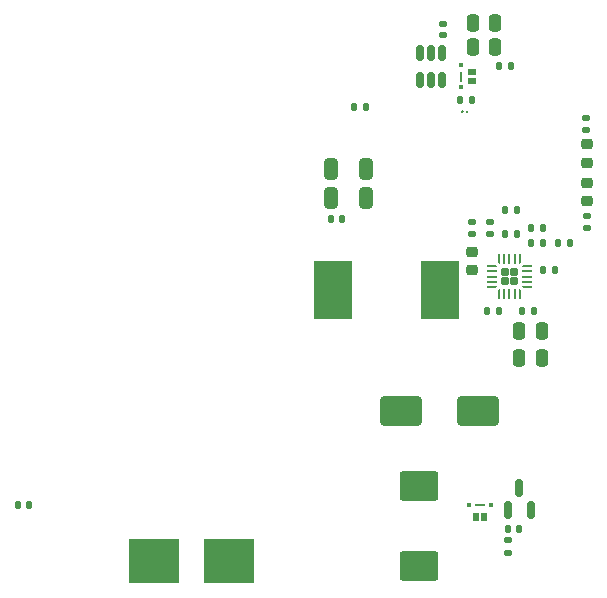
<source format=gbr>
%TF.GenerationSoftware,KiCad,Pcbnew,7.0.2*%
%TF.CreationDate,2023-08-03T10:05:33+01:00*%
%TF.ProjectId,ElectriPi,456c6563-7472-4695-9069-2e6b69636164,rev?*%
%TF.SameCoordinates,Original*%
%TF.FileFunction,Paste,Top*%
%TF.FilePolarity,Positive*%
%FSLAX46Y46*%
G04 Gerber Fmt 4.6, Leading zero omitted, Abs format (unit mm)*
G04 Created by KiCad (PCBNEW 7.0.2) date 2023-08-03 10:05:33*
%MOMM*%
%LPD*%
G01*
G04 APERTURE LIST*
G04 Aperture macros list*
%AMRoundRect*
0 Rectangle with rounded corners*
0 $1 Rounding radius*
0 $2 $3 $4 $5 $6 $7 $8 $9 X,Y pos of 4 corners*
0 Add a 4 corners polygon primitive as box body*
4,1,4,$2,$3,$4,$5,$6,$7,$8,$9,$2,$3,0*
0 Add four circle primitives for the rounded corners*
1,1,$1+$1,$2,$3*
1,1,$1+$1,$4,$5*
1,1,$1+$1,$6,$7*
1,1,$1+$1,$8,$9*
0 Add four rect primitives between the rounded corners*
20,1,$1+$1,$2,$3,$4,$5,0*
20,1,$1+$1,$4,$5,$6,$7,0*
20,1,$1+$1,$6,$7,$8,$9,0*
20,1,$1+$1,$8,$9,$2,$3,0*%
%AMFreePoly0*
4,1,14,0.289644,0.110355,0.410355,-0.010356,0.425000,-0.045711,0.425000,-0.075000,0.410355,-0.110355,0.375000,-0.125000,-0.375000,-0.125000,-0.410355,-0.110355,-0.425000,-0.075000,-0.425000,0.075000,-0.410355,0.110355,-0.375000,0.125000,0.254289,0.125000,0.289644,0.110355,0.289644,0.110355,$1*%
%AMFreePoly1*
4,1,14,0.410355,0.110355,0.425000,0.075000,0.425000,0.045711,0.410355,0.010356,0.289644,-0.110355,0.254289,-0.125000,-0.375000,-0.125000,-0.410355,-0.110355,-0.425000,-0.075000,-0.425000,0.075000,-0.410355,0.110355,-0.375000,0.125000,0.375000,0.125000,0.410355,0.110355,0.410355,0.110355,$1*%
%AMFreePoly2*
4,1,14,0.110355,0.410355,0.125000,0.375000,0.125000,-0.375000,0.110355,-0.410355,0.075000,-0.425000,-0.075000,-0.425000,-0.110355,-0.410355,-0.125000,-0.375000,-0.125000,0.254289,-0.110355,0.289644,0.010356,0.410355,0.045711,0.425000,0.075000,0.425000,0.110355,0.410355,0.110355,0.410355,$1*%
%AMFreePoly3*
4,1,14,-0.010356,0.410355,0.110355,0.289644,0.125000,0.254289,0.125000,-0.375000,0.110355,-0.410355,0.075000,-0.425000,-0.075000,-0.425000,-0.110355,-0.410355,-0.125000,-0.375000,-0.125000,0.375000,-0.110355,0.410355,-0.075000,0.425000,-0.045711,0.425000,-0.010356,0.410355,-0.010356,0.410355,$1*%
%AMFreePoly4*
4,1,14,0.410355,0.110355,0.425000,0.075000,0.425000,-0.075000,0.410355,-0.110355,0.375000,-0.125000,-0.254289,-0.125000,-0.289644,-0.110355,-0.410355,0.010356,-0.425000,0.045711,-0.425000,0.075000,-0.410355,0.110355,-0.375000,0.125000,0.375000,0.125000,0.410355,0.110355,0.410355,0.110355,$1*%
%AMFreePoly5*
4,1,14,0.410355,0.110355,0.425000,0.075000,0.425000,-0.075000,0.410355,-0.110355,0.375000,-0.125000,-0.375000,-0.125000,-0.410355,-0.110355,-0.425000,-0.075000,-0.425000,-0.045711,-0.410355,-0.010356,-0.289644,0.110355,-0.254289,0.125000,0.375000,0.125000,0.410355,0.110355,0.410355,0.110355,$1*%
%AMFreePoly6*
4,1,14,0.110355,0.410355,0.125000,0.375000,0.125000,-0.254289,0.110355,-0.289644,-0.010356,-0.410355,-0.045711,-0.425000,-0.075000,-0.425000,-0.110355,-0.410355,-0.125000,-0.375000,-0.125000,0.375000,-0.110355,0.410355,-0.075000,0.425000,0.075000,0.425000,0.110355,0.410355,0.110355,0.410355,$1*%
%AMFreePoly7*
4,1,14,0.110355,0.410355,0.125000,0.375000,0.125000,-0.375000,0.110355,-0.410355,0.075000,-0.425000,0.045711,-0.425000,0.010356,-0.410355,-0.110355,-0.289644,-0.125000,-0.254289,-0.125000,0.375000,-0.110355,0.410355,-0.075000,0.425000,0.075000,0.425000,0.110355,0.410355,0.110355,0.410355,$1*%
G04 Aperture macros list end*
%ADD10C,0.128000*%
%ADD11RoundRect,0.135000X-0.135000X-0.185000X0.135000X-0.185000X0.135000X0.185000X-0.135000X0.185000X0*%
%ADD12RoundRect,0.250000X-0.250000X-0.475000X0.250000X-0.475000X0.250000X0.475000X-0.250000X0.475000X0*%
%ADD13RoundRect,0.150000X0.150000X-0.587500X0.150000X0.587500X-0.150000X0.587500X-0.150000X-0.587500X0*%
%ADD14RoundRect,0.140000X-0.170000X0.140000X-0.170000X-0.140000X0.170000X-0.140000X0.170000X0.140000X0*%
%ADD15RoundRect,0.140000X0.140000X0.170000X-0.140000X0.170000X-0.140000X-0.170000X0.140000X-0.170000X0*%
%ADD16R,0.800000X0.600000*%
%ADD17R,0.300000X0.350000*%
%ADD18R,0.235000X0.870000*%
%ADD19RoundRect,0.135000X0.135000X0.185000X-0.135000X0.185000X-0.135000X-0.185000X0.135000X-0.185000X0*%
%ADD20RoundRect,0.140000X-0.140000X-0.170000X0.140000X-0.170000X0.140000X0.170000X-0.140000X0.170000X0*%
%ADD21RoundRect,0.225000X0.250000X-0.225000X0.250000X0.225000X-0.250000X0.225000X-0.250000X-0.225000X0*%
%ADD22RoundRect,0.250000X0.325000X0.650000X-0.325000X0.650000X-0.325000X-0.650000X0.325000X-0.650000X0*%
%ADD23R,0.600000X0.800000*%
%ADD24R,0.350000X0.300000*%
%ADD25R,0.870000X0.235000*%
%ADD26RoundRect,0.135000X0.185000X-0.135000X0.185000X0.135000X-0.185000X0.135000X-0.185000X-0.135000X0*%
%ADD27RoundRect,0.250000X-1.400000X-1.000000X1.400000X-1.000000X1.400000X1.000000X-1.400000X1.000000X0*%
%ADD28RoundRect,0.172500X0.172500X-0.172500X0.172500X0.172500X-0.172500X0.172500X-0.172500X-0.172500X0*%
%ADD29FreePoly0,90.000000*%
%ADD30RoundRect,0.062500X0.062500X-0.362500X0.062500X0.362500X-0.062500X0.362500X-0.062500X-0.362500X0*%
%ADD31FreePoly1,90.000000*%
%ADD32FreePoly2,90.000000*%
%ADD33RoundRect,0.062500X0.362500X-0.062500X0.362500X0.062500X-0.362500X0.062500X-0.362500X-0.062500X0*%
%ADD34FreePoly3,90.000000*%
%ADD35FreePoly4,90.000000*%
%ADD36FreePoly5,90.000000*%
%ADD37FreePoly6,90.000000*%
%ADD38FreePoly7,90.000000*%
%ADD39RoundRect,0.150000X-0.150000X0.512500X-0.150000X-0.512500X0.150000X-0.512500X0.150000X0.512500X0*%
%ADD40R,4.240000X3.810000*%
%ADD41RoundRect,0.250000X1.500000X1.000000X-1.500000X1.000000X-1.500000X-1.000000X1.500000X-1.000000X0*%
%ADD42RoundRect,0.135000X-0.185000X0.135000X-0.185000X-0.135000X0.185000X-0.135000X0.185000X0.135000X0*%
%ADD43RoundRect,0.218750X-0.256250X0.218750X-0.256250X-0.218750X0.256250X-0.218750X0.256250X0.218750X0*%
%ADD44RoundRect,0.218750X0.256250X-0.218750X0.256250X0.218750X-0.256250X0.218750X-0.256250X-0.218750X0*%
%ADD45R,3.175000X4.950000*%
G04 APERTURE END LIST*
%TO.C,D6*%
D10*
X139122000Y-68450000D02*
G75*
G03*
X139122000Y-68450000I-64000J0D01*
G01*
X138706000Y-68450000D02*
G75*
G03*
X138706000Y-68450000I-64000J0D01*
G01*
%TD*%
D11*
%TO.C,R11*%
X144490000Y-78250000D03*
X145510000Y-78250000D03*
%TD*%
D12*
%TO.C,C12*%
X139550000Y-60900000D03*
X141450000Y-60900000D03*
%TD*%
D13*
%TO.C,D4*%
X142550000Y-102187500D03*
X144450000Y-102187500D03*
X143500000Y-100312500D03*
%TD*%
D14*
%TO.C,C9*%
X137000000Y-61020000D03*
X137000000Y-61980000D03*
%TD*%
D15*
%TO.C,C8*%
X141730000Y-85300000D03*
X140770000Y-85300000D03*
%TD*%
D16*
%TO.C,Q2*%
X139500000Y-65100000D03*
X139500000Y-65800000D03*
D17*
X138525000Y-64525000D03*
D18*
X138525000Y-65490000D03*
D17*
X138525000Y-66375000D03*
%TD*%
D19*
%TO.C,R13*%
X143260000Y-76750000D03*
X142240000Y-76750000D03*
%TD*%
D20*
%TO.C,C14*%
X129520000Y-68000000D03*
X130480000Y-68000000D03*
%TD*%
D21*
%TO.C,C3*%
X139500000Y-81825000D03*
X139500000Y-80275000D03*
%TD*%
D11*
%TO.C,R14*%
X142240000Y-78800000D03*
X143260000Y-78800000D03*
%TD*%
D15*
%TO.C,C15*%
X142750000Y-64550000D03*
X141790000Y-64550000D03*
%TD*%
D22*
%TO.C,C5*%
X130475000Y-73250000D03*
X127525000Y-73250000D03*
%TD*%
D23*
%TO.C,Q1*%
X140525000Y-102725000D03*
X139825000Y-102725000D03*
D24*
X141100000Y-101750000D03*
D25*
X140135000Y-101750000D03*
D24*
X139250000Y-101750000D03*
%TD*%
D26*
%TO.C,R3*%
X142500000Y-105760000D03*
X142500000Y-104740000D03*
%TD*%
D27*
%TO.C,D1*%
X135000000Y-100100000D03*
X135000000Y-106900000D03*
%TD*%
D11*
%TO.C,R1*%
X146740000Y-79550000D03*
X147760000Y-79550000D03*
%TD*%
D12*
%TO.C,C11*%
X139550000Y-63000000D03*
X141450000Y-63000000D03*
%TD*%
D20*
%TO.C,C6*%
X143750000Y-85300000D03*
X144710000Y-85300000D03*
%TD*%
D26*
%TO.C,R5*%
X141000000Y-78810000D03*
X141000000Y-77790000D03*
%TD*%
D28*
%TO.C,IC2*%
X142250000Y-82800000D03*
X143050000Y-82800000D03*
X142250000Y-82000000D03*
X143050000Y-82000000D03*
D29*
X141750000Y-83850000D03*
D30*
X142200000Y-83850000D03*
X142650000Y-83850000D03*
X143100000Y-83850000D03*
D31*
X143550000Y-83850000D03*
D32*
X144100000Y-83300000D03*
D33*
X144100000Y-82850000D03*
X144100000Y-82400000D03*
X144100000Y-81950000D03*
D34*
X144100000Y-81500000D03*
D35*
X143550000Y-80950000D03*
D30*
X143100000Y-80950000D03*
X142650000Y-80950000D03*
X142200000Y-80950000D03*
D36*
X141750000Y-80950000D03*
D37*
X141200000Y-81500000D03*
D33*
X141200000Y-81950000D03*
X141200000Y-82400000D03*
X141200000Y-82850000D03*
D38*
X141200000Y-83300000D03*
%TD*%
D19*
%TO.C,R12*%
X146510000Y-81800000D03*
X145490000Y-81800000D03*
%TD*%
D22*
%TO.C,C4*%
X130475000Y-75750000D03*
X127525000Y-75750000D03*
%TD*%
D39*
%TO.C,U1*%
X136950000Y-63462500D03*
X136000000Y-63462500D03*
X135050000Y-63462500D03*
X135050000Y-65737500D03*
X136000000Y-65737500D03*
X136950000Y-65737500D03*
%TD*%
D26*
%TO.C,R6*%
X149100000Y-70010000D03*
X149100000Y-68990000D03*
%TD*%
D40*
%TO.C,F1*%
X112565000Y-106500000D03*
X118935000Y-106500000D03*
%TD*%
D41*
%TO.C,C18*%
X140000000Y-93750000D03*
X133500000Y-93750000D03*
%TD*%
D12*
%TO.C,C1*%
X143500000Y-87000000D03*
X145400000Y-87000000D03*
%TD*%
D15*
%TO.C,C7*%
X128480000Y-77500000D03*
X127520000Y-77500000D03*
%TD*%
D42*
%TO.C,R4*%
X139500000Y-77790000D03*
X139500000Y-78810000D03*
%TD*%
D12*
%TO.C,C2*%
X143500000Y-89250000D03*
X145400000Y-89250000D03*
%TD*%
D43*
%TO.C,D5*%
X149200000Y-74462500D03*
X149200000Y-76037500D03*
%TD*%
D20*
%TO.C,C10*%
X138500000Y-67450000D03*
X139460000Y-67450000D03*
%TD*%
D44*
%TO.C,D3*%
X149200000Y-72787500D03*
X149200000Y-71212500D03*
%TD*%
D45*
%TO.C,L1*%
X136757500Y-83500000D03*
X127742500Y-83500000D03*
%TD*%
D42*
%TO.C,R8*%
X149250000Y-77240000D03*
X149250000Y-78260000D03*
%TD*%
D20*
%TO.C,C17*%
X142520000Y-103750000D03*
X143480000Y-103750000D03*
%TD*%
%TO.C,C13*%
X101020000Y-101750000D03*
X101980000Y-101750000D03*
%TD*%
D19*
%TO.C,R7*%
X145510000Y-79550000D03*
X144490000Y-79550000D03*
%TD*%
M02*

</source>
